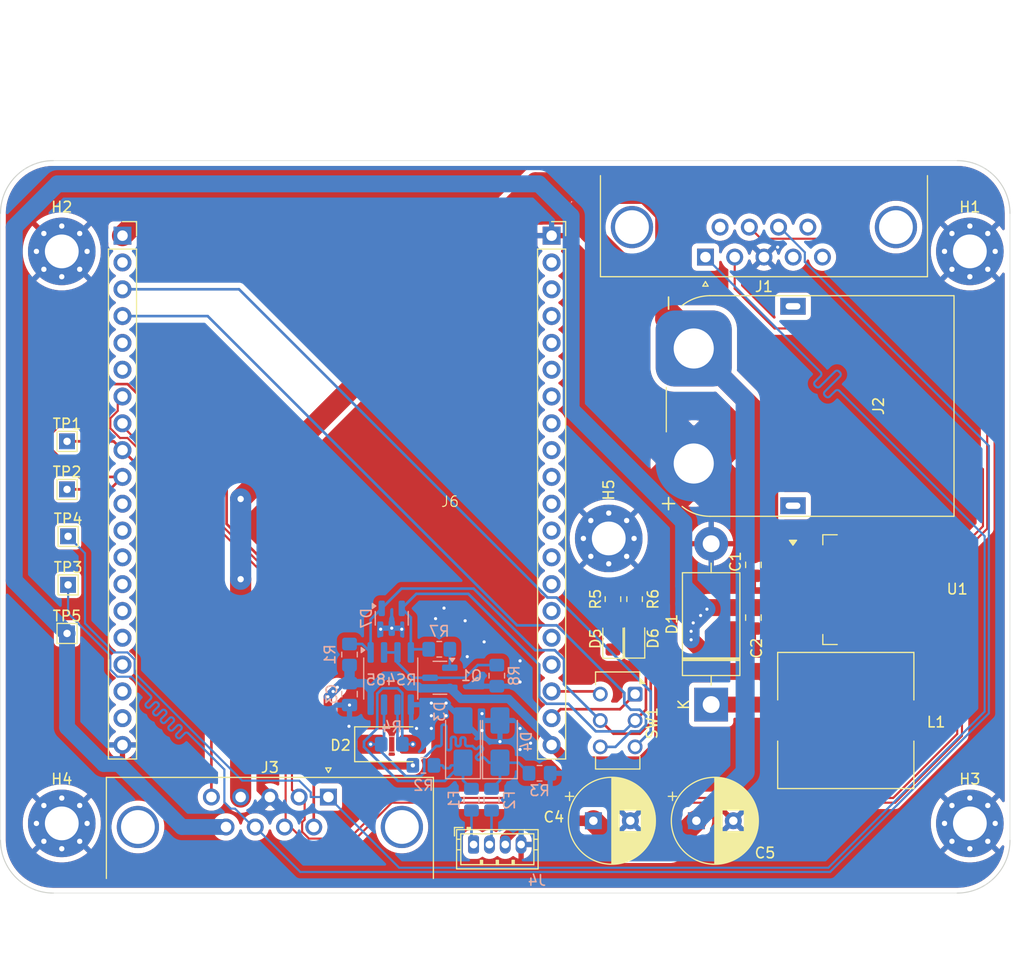
<source format=kicad_pcb>
(kicad_pcb (version 20241229) (generator "pcbnew") (generator_version "9.99")
  (layers (0 "F.Cu" signal) (2 "B.Cu" signal) (13 "F.Paste" user) (15 "B.Paste" user) (5 "F.SilkS" user "F.Silkscreen") (7 "B.SilkS" user "B.Silkscreen") (1 "F.Mask" user) (3 "B.Mask" user) (25 "Edge.Cuts" user))
  (net 0 "")
  (net 1 "GND")
  (net 2 "+24V")
  (net 3 "+5V")
  (net 4 "+3V3")
  (net 5 "Net-(D1-K)")
  (net 6 "Net-(D2-A1)")
  (net 7 "Net-(D2-A2)")
  (net 8 "Net-(D5-A)")
  (net 9 "/RX_485")
  (net 10 "Net-(D6-A)")
  (net 11 "/TX_485")
  (net 16 "/SIG_2")
  (net 17 "/SIG_1")
  (net 18 "Net-(Q1-B)")
  (net 19 "/TX_EN")
  (net 20 "/RS_A")
  (net 21 "/RS_B")
  (net 22 "/UART0_RX")
  (net 23 "/IO_RX")
  (net 24 "/UART0_TX")
  (net 25 "/IO_TX")
  (net 52 "/CAN_A_+")
  (net 53 "/CAN_B_+")
  (net 54 "/CAN_B_-")
  (net 55 "/CAN_A_-")
  (footprint "TestPoint:TestPoint_THTPad_1.5x1.5mm_Drill0.7mm" (layer "F.Cu") (at 79.6 76.8)
    (property "Reference" "TP4")
    (property "Value" "CAN_B_-")
  )
  (footprint "Button_Switch_THT:SW_CK_JS202011CQN_DPDT_Straight" (layer "F.Cu") (at 133.3 91.75 -90)
    (property "Reference" "SW1")
    (property "Value" "SW_Slide_DPDT")
  )
  (footprint "Capacitor_THT:CP_Radial_D8.0mm_P3.50mm" (layer "F.Cu") (at 129.347349 103.75)
    (property "Reference" "C4")
    (property "Value" "220uF")
  )
  (footprint "smolbrain:Smol_Brain_Board" (layer "F.Cu") (at 108.52 75.2575)
    (property "Reference" "J6")
    (property "Value" "Smol_Brain_Board")
  )
  (footprint "Diode_SMD:D_SMA" (layer "F.Cu") (at 110.25 96.5)
    (property "Reference" "D2")
    (property "Value" "SMAJ6.5CA")
  )
  (footprint "Capacitor_SMD:C_0805_2012Metric_Pad1.18x1.45mm_HandSolder" (layer "F.Cu") (at 144.5 84.5 -90)
    (property "Reference" "C2")
    (property "Value" "220uF")
  )
  (footprint "LED_SMD:LED_0805_2012Metric_Pad1.15x1.40mm_HandSolder" (layer "F.Cu") (at 133.25 86.475 90)
    (property "Reference" "D6")
    (property "Value" "LED")
  )
  (footprint "Connector_JST:JST_ZH_B4B-ZR_1x04_P1.50mm_Vertical" (layer "F.Cu") (at 118 106)
    (property "Reference" "J4")
    (property "Value" "RSBL85")
  )
  (footprint "LED_SMD:LED_0805_2012Metric_Pad1.15x1.40mm_HandSolder" (layer "F.Cu") (at 131.2 86.5 90)
    (property "Reference" "D5")
    (property "Value" "LED")
  )
  (footprint "Capacitor_SMD:C_0805_2012Metric_Pad1.18x1.45mm_HandSolder" (layer "F.Cu") (at 144.5 79.5 -90)
    (property "Reference" "C1")
    (property "Value" "680uF")
  )
  (footprint "Connector_Dsub:DSUB-9_Socket_Horizontal_P2.77x2.84mm_EdgePinOffset4.94mm_Housed_MountingHolesOffset4.94mm" (layer "F.Cu") (at 104.25 101.5)
    (property "Reference" "J3")
    (property "Value" "DE9_Socket")
  )
  (footprint "MountingHole:MountingHole_3.2mm_M3_Pad_Via" (layer "F.Cu") (at 165 49.8)
    (property "Reference" "H1")
    (property "Value" "MountingHole")
  )
  (footprint "TestPoint:TestPoint_THTPad_1.5x1.5mm_Drill0.7mm" (layer "F.Cu") (at 79.5 67.8)
    (property "Reference" "TP1")
    (property "Value" "SIG_1")
  )
  (footprint "MountingHole:MountingHole_3.2mm_M3_Pad_Via" (layer "F.Cu") (at 79 104)
    (property "Reference" "H4")
    (property "Value" "MountingHole")
  )
  (footprint "MountingHole:MountingHole_3.2mm_M3_Pad_Via" (layer "F.Cu") (at 79 49.8)
    (property "Reference" "H2")
    (property "Value" "MountingHole")
  )
  (footprint "Connector_Dsub:DSUB-9_Socket_Horizontal_P2.77x2.84mm_EdgePinOffset4.94mm_Housed_MountingHolesOffset4.94mm" (layer "F.Cu") (at 139.96 50.34 180)
    (property "Reference" "J1")
    (property "Value" "DE9_Socket")
  )
  (footprint "TestPoint:TestPoint_THTPad_1.5x1.5mm_Drill0.7mm" (layer "F.Cu") (at 79.5 72.35)
    (property "Reference" "TP2")
    (property "Value" "SIG_2")
  )
  (footprint "MountingHole:MountingHole_3.2mm_M3_Pad_Via" (layer "F.Cu") (at 165 104)
    (property "Reference" "H3")
    (property "Value" "MountingHole")
  )
  (footprint "Resistor_SMD:R_0805_2012Metric_Pad1.20x1.40mm_HandSolder" (layer "F.Cu") (at 133.25 82.75 90)
    (property "Reference" "R6")
    (property "Value" "1K")
  )
  (footprint "TestPoint:TestPoint_THTPad_1.5x1.5mm_Drill0.7mm" (layer "F.Cu") (at 79.5 86)
    (property "Reference" "TP5")
    (property "Value" "5V")
  )
  (footprint "Connector_AMASS:AMASS_XT90PW-M_1x02_P10.90mm_Horizontal" (layer "F.Cu") (at 138.85 59 -90)
    (property "Reference" "J2")
    (property "Value" "XT90")
  )
  (footprint "Inductor_SMD:L_Vishay_IHLP-5050" (layer "F.Cu") (at 153.25 94.25)
    (property "Reference" "L1")
    (property "Value" "33uH")
  )
  (footprint "Capacitor_THT:CP_Radial_D8.0mm_P3.50mm" (layer "F.Cu") (at 139.097349 103.75)
    (property "Reference" "C5")
    (property "Value" "220uF")
  )
  (footprint "Resistor_SMD:R_0805_2012Metric_Pad1.20x1.40mm_HandSolder" (layer "F.Cu") (at 131.2 82.75 90)
    (property "Reference" "R5")
    (property "Value" "1K")
  )
  (footprint "MountingHole:MountingHole_3.2mm_M3_Pad_Via" (layer "F.Cu") (at 130.8 77 90)
    (property "Reference" "H5")
    (property "Value" "MountingHole")
  )
  (footprint "Diode_THT:D_DO-201AD_P15.24mm_Horizontal" (layer "F.Cu") (at 140.5 92.74 90)
    (property "Reference" "D1")
    (property "Value" "1N5822")
  )
  (footprint "Package_TO_SOT_SMD:TO-263-5_TabPin3" (layer "F.Cu") (at 155.9 81.85)
    (property "Reference" "U1")
    (property "Value" "LM2596S-5")
  )
  (footprint "TestPoint:TestPoint_THTPad_1.5x1.5mm_Drill0.7mm" (layer "F.Cu") (at 79.6 81.4)
    (property "Reference" "TP3")
    (property "Value" "CAN_B_+")
  )
  (footprint "Resistor_SMD:R_0805_2012Metric_Pad1.20x1.40mm_HandSolder" (layer "B.Cu") (at 120.2 90 90)
    (property "Reference" "R8")
    (property "Value" "20K")
  )
  (footprint "Package_SO:SOIC-8_3.9x4.9mm_P1.27mm" (layer "B.Cu") (at 110.155 90.275 -90)
    (property "Reference" "RS485")
    (property "Value" "SP3485EN")
  )
  (footprint "Resistor_SMD:R_0805_2012Metric_Pad1.20x1.40mm_HandSolder" (layer "B.Cu") (at 113.25 98.5)
    (property "Reference" "R2")
    (property "Value" "4.7K")
  )
  (footprint "Capacitor_SMD:C_0805_2012Metric_Pad1.18x1.45mm_HandSolder" (layer "B.Cu") (at 106.25 91.75 -90)
    (property "Reference" "C3")
    (property "Value" "22mF")
  )
  (footprint "Resistor_SMD:R_0805_2012Metric_Pad1.20x1.40mm_HandSolder" (layer "B.Cu") (at 110.25 96.5 180)
    (property "Reference" "R4")
    (property "Value" "120")
  )
  (footprint "Package_TO_SOT_SMD:SOT-23" (layer "B.Cu") (at 114.8125 90.2 180)
    (property "Reference" "Q1")
    (property "Value" "MMBT3906")
  )
  (footprint "Resistor_SMD:R_0805_2012Metric_Pad1.20x1.40mm_HandSolder" (layer "B.Cu") (at 124.25 99.25)
    (property "Reference" "R3")
    (property "Value" "4.7K")
  )
  (footprint "Diode_SMD:D_SMA" (layer "B.Cu") (at 117 96.25 90)
    (property "Reference" "D3")
    (property "Value" "SMAJ12CA")
  )
  (footprint "Package_TO_SOT_SMD:SOT-23" (layer "B.Cu") (at 110.25 84.5625 -90)
    (property "Reference" "D7")
    (property "Value" "SM712_SOT23")
  )
  (footprint "Fuse:Fuse_0805_2012Metric_Pad1.15x1.40mm_HandSolder" (layer "B.Cu") (at 117.8 101.75 -90)
    (property "Reference" "F1")
    (property "Value" "60mA")
  )
  (footprint "Fuse:Fuse_0805_2012Metric_Pad1.15x1.40mm_HandSolder" (layer "B.Cu") (at 119.7 101.75 -90)
    (property "Reference" "F2")
    (property "Value" "60mA")
  )
  (footprint "Resistor_SMD:R_0805_2012Metric_Pad1.20x1.40mm_HandSolder" (layer "B.Cu") (at 106.25 88 90)
    (property "Reference" "R1")
    (property "Value" "10K")
  )
  (footprint "Resistor_SMD:R_0805_2012Metric_Pad1.20x1.40mm_HandSolder" (layer "B.Cu") (at 114.75 87.5)
    (property "Reference" "R7")
    (property "Value" "4.3K")
  )
  (footprint "Diode_SMD:D_SMA" (layer "B.Cu") (at 120.5 96.25 90)
    (property "Reference" "D4")
    (property "Value" "SMAJ12CA")
  )
  (gr_line (start 73.2 105.6) (end 73.2 46.2) (stroke (width 0.05)) (layer "Edge.Cuts"))
  (gr_arc (start 168.8 105.6) (mid 167.335534 109.135534) (end 163.8 110.6) (stroke (width 0.1)) (layer "Edge.Cuts"))
  (gr_line (start 168.8 46.2) (end 168.8 105.6) (stroke (width 0.05)) (layer "Edge.Cuts"))
  (gr_arc (start 73.2 46.2) (mid 74.664466 42.664466) (end 78.2 41.2) (stroke (width 0.1)) (layer "Edge.Cuts"))
  (gr_line (start 163.8 110.6) (end 78.2 110.6) (stroke (width 0.05)) (layer "Edge.Cuts"))
  (gr_line (start 78.2 41.2) (end 163.8 41.2) (stroke (width 0.05)) (layer "Edge.Cuts"))
  (gr_arc (start 78.2 110.6) (mid 74.664466 109.135534) (end 73.2 105.6) (stroke (width 0.1)) (layer "Edge.Cuts"))
  (gr_arc (start 163.8 41.2) (mid 167.335534 42.664466) (end 168.8 46.2) (stroke (width 0.1)) (layer "Edge.Cuts"))
  (segment (start 144.5 85.5375) (end 147.9625 85.5375) (width 1) (layer "F.Cu") (net 1))
  (segment (start 147.9625 85.5375) (end 148.25 85.25) (width 1) (layer "F.Cu") (net 1))
  (via (at 106.2 94.8) (size 0.6) (drill 0.3) (layers "F.Cu" "B.Cu") (net 1))
  (via (at 112.6 95) (size 0.6) (drill 0.3) (layers "F.Cu" "B.Cu") (net 1))
  (via (at 122.4 90.6) (size 0.6) (drill 0.3) (layers "F.Cu" "B.Cu") (net 1))
  (via (at 122.4 88.6) (size 0.6) (drill 0.3) (layers "F.Cu" "B.Cu") (net 1))
  (via (at 111.2 85.6) (size 0.6) (drill 0.3) (layers "F.Cu" "B.Cu") (net 1))
  (via (at 115.2 83.6) (size 0.6) (drill 0.3) (layers "F.Cu" "B.Cu") (net 1))
  (via (at 118.8 95.2) (size 0.6) (drill 0.3) (layers "F.Cu" "B.Cu") (net 1))
  (via (at 119 86.8) (size 0.6) (drill 0.3) (layers "F.Cu" "B.Cu") (net 1))
  (via (at 117.4 88.2) (size 0.6) (drill 0.3) (layers "F.Cu" "B.Cu") (net 1))
  (via (at 122.4 95) (size 0.6) (drill 0.3) (layers "F.Cu" "B.Cu") (net 1))
  (via (at 117.2 84.8) (size 0.6) (drill 0.3) (layers "F.Cu" "B.Cu") (net 1))
  (via (at 106.25 92.7875) (size 0.6) (drill 0.3) (layers "F.Cu" "B.Cu") (net 1))
  (via (at 114 92.6) (size 0.6) (drill 0.3) (layers "F.Cu" "B.Cu") (net 1))
  (via (at 118.8 93.6) (size 0.6) (drill 0.3) (layers "F.Cu" "B.Cu") (net 1))
  (via (at 114 93.8) (size 0.6) (drill 0.3) (layers "F.Cu" "B.Cu") (net 1))
  (via (at 114 95) (size 0.6) (drill 0.3) (layers "F.Cu" "B.Cu") (net 1))
  (via (at 115.4 92.6) (size 0.6) (drill 0.3) (layers "F.Cu" "B.Cu") (net 1))
  (via (at 120.5 96.25) (size 0.6) (drill 0.3) (layers "F.Cu" "B.Cu") (net 1))
  (via (at 115.4 93.8) (size 0.6) (drill 0.3) (layers "F.Cu" "B.Cu") (net 1))
  (via (at 122.4 97) (size 0.6) (drill 0.3) (layers "F.Cu" "B.Cu") (net 1))
  (via (at 123.4 96.4) (size 0.6) (drill 0.3) (layers "F.Cu" "B.Cu") (net 1))
  (via (at 114.4 84.6) (size 0.6) (drill 0.3) (layers "F.Cu" "B.Cu") (net 1))
  (via (at 110.25 85.5) (size 0.6) (drill 0.3) (layers "F.Cu" "B.Cu") (net 1))
  (via (at 109.2 85.6) (size 0.6) (drill 0.3) (layers "F.Cu" "B.Cu") (net 1))
  (via (at 146.8 49.4) (size 0.6) (drill 0.3) (layers "F.Cu" "B.Cu") (net 1))
  (segment (start 129 48) (end 129 44) (width 2) (layer "F.Cu") (net 2))
  (segment (start 95.94 101.5) (end 95.94 80.86) (width 2) (layer "F.Cu") (net 2))
  (segment (start 126 43.2) (end 124.5 44.7) (width 1.8) (layer "F.Cu") (net 2))
  (segment (start 129.799 48.799) (end 129 48) (width 2) (layer "F.Cu") (net 2))
  (segment (start 146.25 77.5) (end 146.775 76.975) (width 1.8) (layer "F.Cu") (net 2))
  (segment (start 120.8 46.259) (end 86.801 46.259) (width 2) (layer "F.Cu") (net 2))
  (segment (start 86.801 46.259) (end 84.75 48.31) (width 2) (layer "F.Cu") (net 2))
  (segment (start 129 48) (end 127.441 46.441) (width 2) (layer "F.Cu") (net 2))
  (segment (start 131.701 50.701) (end 131.674102 50.701) (width 2) (layer "F.Cu") (net 2))
  (segment (start 144.5 77.5) (end 146.25 77.5) (width 1.8) (layer "F.Cu") (net 2))
  (segment (start 145.949 76.149) (end 145.949 66.099) (width 1.8) (layer "F.Cu") (net 2))
  (segment (start 148.2375 78.4625) (end 148.25 78.45) (width 1.4) (layer "F.Cu") (net 2))
  (segment (start 138.85 59) (end 137.8 59) (width 1.8) (layer "F.Cu") (net 2))
  (segment (start 145.949 66.099) (end 138.85 59) (width 1.8) (layer "F.Cu") (net 2))
  (segment (start 136.597349 106.25) (end 139.097349 103.75) (width 2) (layer "F.Cu") (net 2))
  (segment (start 134.285477 44.4) (end 129.3 44.4) (width 1.8) (layer "F.Cu") (net 2))
  (segment (start 124.5 44.7) (end 122.3 46.9) (width 1.8) (layer "F.Cu") (net 2))
  (segment (start 131.847349 106.25) (end 136.597349 106.25) (width 2) (layer "F.Cu") (net 2))
  (segment (start 127.6 44.2) (end 126.6 43.2) (width 1.8) (layer "F.Cu") (net 2))
  (segment (start 144.5 78.4625) (end 144.5 77.5) (width 1.8) (layer "F.Cu") (net 2))
  (segment (start 124.5 44.7) (end 126.3 44.7) (width 1.8) (layer "F.Cu") (net 2))
  (segment (start 146.775 76.975) (end 145.949 76.149) (width 1.8) (layer "F.Cu") (net 2))
  (segment (start 120.8 48.4) (end 118 51.2) (width 1.8) (layer "F.Cu") (net 2))
  (segment (start 144.5 78.4625) (end 148.2375 78.4625) (width 1.5) (layer "F.Cu") (net 2))
  (segment (start 144.5 77.5) (end 144.5 64.65) (width 1.8) (layer "F.Cu") (net 2))
  (segment (start 129.799 48.825898) (end 129.799 48.799) (width 2) (layer "F.Cu") (net 2))
  (segment (start 129 44) (end 128.2 43.2) (width 2) (layer "F.Cu") (net 2))
  (segment (start 138.85 57.85) (end 131.701 50.701) (width 2) (layer "F.Cu") (net 2))
  (segment (start 121 106) (end 121 105.430316) (width 1) (layer "F.Cu") (net 2))
  (segment (start 124.4 46.259) (end 120.8 46.259) (width 2) (layer "F.Cu") (net 2))
  (segment (start 120.8 46.259) (end 120.8 48.4) (width 1.8) (layer "F.Cu") (net 2))
  (segment (start 138.85 59) (end 138.85 57.85) (width 2) (layer "F.Cu") (net 2))
  (segment (start 122.3 46.9) (end 122.941 46.259) (width 2) (layer "F.Cu") (net 2))
  (segment (start 136.101 46.215523) (end 134.285477 44.4) (width 1.8) (layer "F.Cu") (net 2))
  (segment (start 122.680316 103.75) (end 129.347349 103.75) (width 1) (layer "F.Cu") (net 2))
  (segment (start 144.5 64.65) (end 138.85 59) (width 1.8) (layer "F.Cu") (net 2))
  (segment (start 136.101 56.251) (end 136.101 46.215523) (width 1.8) (layer "F.Cu") (net 2))
  (segment (start 95.94 73.26) (end 118 51.2) (width 2) (layer "F.Cu") (net 2))
  (segment (start 121 105.430316) (end 122.680316 103.75) (width 1) (layer "F.Cu") (net 2))
  (segment (start 129.347349 103.75) (end 131.847349 106.25) (width 2) (layer "F.Cu") (net 2))
  (segment (start 127.441 46.259) (end 124.4 46.259) (width 2) (layer "F.Cu") (net 2))
  (segment (start 122.941 46.259) (end 124.4 46.259) (width 2) (layer "F.Cu") (net 2))
  (segment (start 127.441 46.441) (end 127.441 46.259) (width 2) (layer "F.Cu") (net 2))
  (segment (start 129.3 44.4) (end 127.441 46.259) (width 1.8) (layer "F.Cu") (net 2))
  (segment (start 126 43.2) (end 123.859 43.2) (width 1.8) (layer "F.Cu") (net 2))
  (segment (start 131.674102 50.701) (end 129.799 48.825898) (width 2) (layer "F.Cu") (net 2))
  (segment (start 118 51.2) (end 122.3 46.9) (width 2) (layer "F.Cu") (net 2))
  (segment (start 123.859 43.2) (end 120.8 46.259) (width 1.8) (layer "F.Cu") (net 2))
  (segment (start 126.6 43.2) (end 126 43.2) (width 1.8) (layer "F.Cu") (net 2))
  (segment (start 148.25 78.45) (end 146.775 76.975) (width 1.5) (layer "F.Cu") (net 2))
  (segment (start 128.2 43.2) (end 126.6 43.2) (width 2) (layer "F.Cu") (net 2))
  (segment (start 126.3 44.7) (end 126.4 44.8) (width 1.8) (layer "F.Cu") (net 2))
  (segment (start 138.85 59) (end 136.101 56.251) (width 1.8) (layer "F.Cu") (net 2))
  (via (at 95.94 73.26) (size 2) (drill 0.6) (layers "F.Cu" "B.Cu") (net 2))
  (via (at 95.94 80.86) (size 2) (drill 0.6) (layers "F.Cu" "B.Cu") (net 2))
  (segment (start 143.717231 63.867231) (end 143.717231 99.130118) (width 1.8) (layer "B.Cu") (net 2))
  (segment (start 95.94 80.86) (end 95.94 73.26) (width 2) (layer "B.Cu") (net 2))
  (segment (start 143.717231 99.130118) (end 139.097349 103.75) (width 1.8) (layer "B.Cu") (net 2))
  (segment (start 138.85 59) (end 143.717231 63.867231) (width 1.8) (layer "B.Cu") (net 2))
  (segment (start 140.1 83.7) (end 139.5 84.3) (width 1.6) (layer "F.Cu") (net 3))
  (segment (start 140.25 83.55) (end 140.1 83.7) (width 1.6) (layer "F.Cu") (net 3))
  (segment (start 138.6 86.6) (end 141.6 89.6) (width 1.6) (layer "F.Cu") (net 3))
  (segment (start 148.25 83.55) (end 140.25 83.55) (width 1.6) (layer "F.Cu") (net 3))
  (segment (start 138.8 85) (end 138.6 85.2) (width 1.6) (layer "F.Cu") (net 3))
  (segment (start 139.5 84.3) (end 138.8 85) (width 1.6) (layer "F.Cu") (net 3))
  (segment (start 156.214 91.499) (end 158.965 94.25) (width 1.6) (layer "F.Cu") (net 3))
  (segment (start 145.361288 89.6) (end 147.260288 91.499) (width 1.6) (layer "F.Cu") (net 3))
  (segment (start 138.6 85.8) (end 138.6 86.6) (width 1.6) (layer "F.Cu") (net 3))
  (segment (start 147.260288 91.499) (end 156.214 91.499) (width 1.6) (layer "F.Cu") (net 3))
  (segment (start 141.6 89.6) (end 145.361288 89.6) (width 1.6) (layer "F.Cu") (net 3))
  (segment (start 138.6 85.2) (end 138.6 85.8) (width 1.6) (layer "F.Cu") (net 3))
  (via (at 138.8 85) (size 0.6) (drill 0.3) (layers "F.Cu" "B.Cu") (net 3))
  (via (at 139.5 84.3) (size 0.6) (drill 0.3) (layers "F.Cu" "B.Cu") (net 3))
  (via (at 138.6 85.8) (size 0.6) (drill 0.3) (layers "F.Cu" "B.Cu") (net 3))
  (via (at 140.1 83.7) (size 0.6) (drill 0.3) (layers "F.Cu" "B.Cu") (net 3))
  (via (at 138.6 86.6) (size 0.6) (drill 0.3) (layers "F.Cu" "B.Cu") (net 3))
  (segment (start 137.899 75.455795) (end 127.241 64.797795) (width 1.6) (layer "B.Cu") (net 3))
  (segment (start 84.414345 98.371) (end 82.971 98.371) (width 1.5) (layer "B.Cu") (net 3))
  (segment (start 139.4 84.4) (end 140.1 83.7) (width 1.6) (layer "B.Cu") (net 3))
  (segment (start 78.6 43.4) (end 74.501 47.499) (width 1.6) (layer "B.Cu") (net 3))
  (segment (start 79.5 94.9) (end 79.5 86) (width 1.5) (layer "B.Cu") (net 3))
  (segment (start 127.241 64.797795) (end 127.241 46.459) (width 1.6) (layer "B.Cu") (net 3))
  (segment (start 74.501 81.001) (end 79.5 86) (width 1.6) (layer "B.Cu") (net 3))
  (segment (start 137.899 81.499) (end 137.899 75.455795) (width 1.6) (layer "B.Cu") (net 3))
  (segment (start 90.383345 104.34) (end 84.414345 98.371) (width 1.5) (layer "B.Cu") (net 3))
  (segment (start 94.555 104.34) (end 90.383345 104.34) (width 1.5) (layer "B.Cu") (net 3))
  (segment (start 124.182 43.4) (end 78.6 43.4) (width 1.6) (layer "B.Cu") (net 3))
  (segment (start 127.241 46.459) (end 124.182 43.4) (width 1.6) (layer "B.Cu") (net 3))
  (segment (start 138.8 85) (end 137.899 84.099) (width 1.6) (layer "B.Cu") (net 3))
  (segment (start 139.4 84.4) (end 139.099 84.4) (width 1.6) (layer "B.Cu") (net 3))
  (segment (start 74.501 47.499) (end 74.501 81.001) (width 1.6) (layer "B.Cu") (net 3))
  (segment (start 138.6 85.2) (end 139.4 84.4) (width 1.6) (layer "B.Cu") (net 3))
  (segment (start 139.099 84.4) (end 137.899 83.2) (width 1.6) (layer "B.Cu") (net 3))
  (segment (start 82.971 98.371) (end 79.5 94.9) (width 1.5) (layer "B.Cu") (net 3))
  (segment (start 137.899 83.2) (end 137.899 75.455795) (width 1.6) (layer "B.Cu") (net 3))
  (segment (start 137.899 84.099) (end 137.899 83.2) (width 1.6) (layer "B.Cu") (net 3))
  (segment (start 140.1 83.7) (end 137.899 81.499) (width 1.6) (layer "B.Cu") (net 3))
  (segment (start 138.6 86.6) (end 138.6 85.2) (width 1.6) (layer "B.Cu") (net 3))
  (segment (start 126.971 98.151) (end 133.880314 98.151) (width 1) (layer "F.Cu") (net 4))
  (segment (start 104.2 93) (end 104.2 92) (width 0.8) (layer "F.Cu") (net 4))
  (segment (start 112.25 98.5) (end 106.894602 98.5) (width 0.8) (layer "F.Cu") (net 4))
  (segment (start 106.894602 98.5) (end 104.2 95.805398) (width 0.8) (layer "F.Cu") (net 4))
  (segment (start 133.880314 98.151) (end 135.603 96.428314) (width 1) (layer "F.Cu") (net 4))
  (segment (start 135.603 83.403) (end 133.95 81.75) (width 1) (layer "F.Cu") (net 4))
  (segment (start 135.603 96.428314) (end 135.603 83.403) (width 1) (layer "F.Cu") (net 4))
  (segment (start 104.2 95.805398) (end 104.2 93) (width 0.8) (layer "F.Cu") (net 4))
  (segment (start 133.25 81.75) (end 131.2 81.75) (width 1.5) (layer "F.Cu") (net 4))
  (segment (start 125.39 96.57) (end 126.971 98.151) (width 1) (layer "F.Cu") (net 4))
  (segment (start 104.7 91.5) (end 105.1 91.1) (width 0.8) (layer "F.Cu") (net 4))
  (segment (start 104.2 92) (end 104.7 91.5) (width 0.8) (layer "F.Cu") (net 4))
  (segment (start 133.95 81.75) (end 133.25 81.75) (width 1) (layer "F.Cu") (net 4))
  (via (at 104.7 91.5) (size 0.6) (drill 0.3) (layers "F.Cu" "B.Cu") (net 4))
  (via (at 104.2 92) (size 0.6) (drill 0.3) (layers "F.Cu" "B.Cu") (net 4))
  (via (at 112.25 98.5) (size 0.8) (drill 0.4) (layers "F.Cu" "B.Cu") (net 4))
  (via (at 105.1 91.1) (size 0.6) (drill 0.3) (layers "F.Cu" "B.Cu") (net 4))
  (segment (start 108.25 91.299348) (end 109.549348 90) (width 0.8) (layer "B.Cu") (net 4))
  (segment (start 115.75 91.15) (end 116.8 92.2) (width 0.8) (layer "B.Cu") (net 4))
  (segment (start 106.25 90.7125) (end 107.663152 90.7125) (width 0.8) (layer "B.Cu") (net 4))
  (segment (start 114.819152 91.201) (end 115.699 91.201) (width 0.8) (layer "B.Cu") (net 4))
  (segment (start 108.25 91.299348) (end 108.25 92.75) (width 0.6) (layer "B.Cu") (net 4))
  (segment (start 106.25 90.7125) (end 105.4875 90.7125) (width 0.8) (layer "B.Cu") (net 4))
  (segment (start 109.549348 90) (end 110.846861 90) (width 0.8) (layer "B.Cu") (net 4))
  (segment (start 111.389001 90.54214) (end 111.872861 91.026) (width 0.8) (layer "B.Cu") (net 4))
  (segment (start 112.930848 91.201) (end 114.819152 91.201) (width 0.8) (layer "B.Cu") (net 4))
  (segment (start 105.4875 90.7125) (end 104.2 92) (width 0.8) (layer "B.Cu") (net 4))
  (segment (start 112.755848 91.026) (end 112.930848 91.201) (width 0.8) (layer "B.Cu") (net 4))
  (segment (start 121.310424 92.2) (end 125.39 96.279576) (width 0.8) (layer "B.Cu") (net 4))
  (segment (start 111.872861 91.026) (end 112.557141 91.026) (width 0.8) (layer "B.Cu") (net 4))
  (segment (start 110.846861 90) (end 111.389001 90.54214) (width 0.8) (layer "B.Cu") (net 4))
  (segment (start 116.8 92.2) (end 121.310424 92.2) (width 0.8) (layer "B.Cu") (net 4))
  (segment (start 106.25 89) (end 106.25 90.7125) (width 1) (layer "B.Cu") (net 4))
  (segment (start 107.663152 90.7125) (end 108.25 91.299348) (width 0.8) (layer "B.Cu") (net 4))
  (segment (start 125.39 96.279576) (end 125.39 96.57) (width 0.8) (layer "B.Cu") (net 4))
  (segment (start 115.699 91.201) (end 115.75 91.15) (width 0.8) (layer "B.Cu") (net 4))
  (segment (start 112.557141 91.026) (end 112.755848 91.026) (width 0.8) (layer "B.Cu") (net 4))
  (segment (start 162.901 76.257734) (end 162.901 95.1535) (width 1.2) (layer "F.Cu") (net 5))
  (segment (start 161.3535 96.701) (end 149.986 96.701) (width 1.2) (layer "F.Cu") (net 5))
  (segment (start 162.292266 75.649) (end 162.901 76.257734) (width 1.2) (layer "F.Cu") (net 5))
  (segment (start 151.899 76.257734) (end 152.507734 75.649) (width 1.2) (layer "F.Cu") (net 5))
  (segment (start 162.901 95.1535) (end 161.3535 96.701) (width 1.2) (layer "F.Cu") (net 5))
  (segment (start 146.025 92.74) (end 147.535 94.25) (width 1.5) (layer "F.Cu") (net 5))
  (segment (start 150.55 80.15) (end 151.899 78.801) (width 1.2) (layer "F.Cu") (net 5))
  (segment (start 152.507734 75.649) (end 162.292266 75.649) (width 1.2) (layer "F.Cu") (net 5))
  (segment (start 149.986 96.701) (end 147.535 94.25) (width 1.2) (layer "F.Cu") (net 5))
  (segment (start 140.5 92.74) (end 146.025 92.74) (width 1.5) (layer "F.Cu") (net 5))
  (segment (start 148.25 80.15) (end 150.55 80.15) (width 1.2) (layer "F.Cu") (net 5))
  (segment (start 151.899 78.801) (end 151.899 76.257734) (width 1.2) (layer "F.Cu") (net 5))
  (via (at 108.25 96.5) (size 0.6) (drill 0.3) (layers "F.Cu" "B.Cu") (net 6))
  (segment (start 118.437999 97.471043) (end 118.692557 97.216484) (width 0.25) (layer "B.Cu") (net 6))
  (segment (start 116.765514 96.034) (end 116.765514 96.494) (width 0.25) (layer "B.Cu") (net 6))
  (segment (start 108.25 96.5) (end 109.25 96.5) (width 0.25) (layer "B.Cu") (net 6))
  (segment (start 109.52 92.75) (end 109.52 96.23) (width 0.25) (layer "B.Cu") (net 6))
  (segment (start 115.865514 96.674) (end 115.865514 96.864) (width 0.25) (layer "B.Cu") (net 6))
  (segment (start 120.5 99.925) (end 119.7 100.725) (width 0.25) (layer "B.Cu") (net 6))
  (segment (start 117.215514 96.494) (end 117.215514 96.034) (width 0.25) (layer "B.Cu") (net 6))
  (segment (start 109.25 97.2) (end 109.25 96.5) (width 0.25) (layer "B.Cu") (net 6))
  (segment (start 113.324 99.195514) (end 112.993514 99.526) (width 0.25) (layer "B.Cu") (net 6))
  (segment (start 122.25 98.25) (end 123.25 99.25) (width 0.25) (layer "B.Cu") (net 6))
  (segment (start 118.056161 96.834647) (end 117.895514 96.674) (width 0.25) (layer "B.Cu") (net 6))
  (segment (start 114.454486 96.674) (end 114.364243 96.764243) (width 0.25) (layer "B.Cu") (net 6))
  (segment (start 118.756197 97.789242) (end 118.607705 97.937735) (width 0.25) (layer "B.Cu") (net 6))
  (segment (start 111.576 99.526) (end 109.25 97.2) (width 0.25) (layer "B.Cu") (net 6))
  (segment (start 116.135514 95.804) (end 116.045514 95.804) (width 0.25) (layer "B.Cu") (net 6))
  (segment (start 115.235514 94.654) (end 115.145514 94.654) (width 0.25) (layer "B.Cu") (net 6))
  (segment (start 117.895514 96.674) (end 117.395514 96.674) (width 0.25) (layer "B.Cu") (net 6))
  (segment (start 118.289506 97.619535) (end 118.437999 97.471043) (width 0.25) (layer "B.Cu") (net 6))
  (segment (start 115.685514 97.044) (end 115.595514 97.044) (width 0.25) (layer "B.Cu") (net 6))
  (segment (start 115.415514 96.494) (end 115.415514 94.834) (width 0.25) (layer "B.Cu") (net 6))
  (segment (start 120.5 98.25) (end 120.5 99.925) (width 0.25) (layer "B.Cu") (net 6))
  (segment (start 113.324 97.804486) (end 113.324 99.195514) (width 0.25) (layer "B.Cu") (net 6))
  (segment (start 118.841049 96.813433) (end 118.777409 96.749793) (width 0.25) (layer "B.Cu") (net 6))
  (segment (start 118.52285 96.749793) (end 118.374357 96.898285) (width 0.25) (layer "B.Cu") (net 6))
  (segment (start 115.415514 96.864) (end 115.415514 96.674) (width 0.25) (layer "B.Cu") (net 6))
  (segment (start 115.865514 95.984) (end 115.865514 96.494) (width 0.25) (layer "B.Cu") (net 6))
  (segment (start 120.5 98.25) (end 119.471514 98.25) (width 0.25) (layer "B.Cu") (net 6))
  (segment (start 119.471514 98.25) (end 119.010757 97.789243) (width 0.25) (layer "B.Cu") (net 6))
  (segment (start 109.52 96.23) (end 109.25 96.5) (width 0.25) (layer "B.Cu") (net 6))
  (segment (start 116.315514 96.494) (end 116.315514 95.984) (width 0.25) (layer "B.Cu") (net 6))
  (segment (start 114.785514 96.674) (end 114.695514 96.674) (width 0.25) (layer "B.Cu") (net 6))
  (segment (start 114.364243 96.764243) (end 113.324 97.804486) (width 0.25) (layer "B.Cu") (net 6))
  (segment (start 120.5 98.25) (end 122.25 98.25) (width 0.25) (layer "B.Cu") (net 6))
  (segment (start 114.965514 94.834) (end 114.965514 96.494) (width 0.25) (layer "B.Cu") (net 6))
  (segment (start 112.993514 99.526) (end 111.576 99.526) (width 0.25) (layer "B.Cu") (net 6))
  (segment (start 115.865514 96.494) (end 115.865514 96.674) (width 0.25) (layer "B.Cu") (net 6))
  (segment (start 114.695514 96.674) (end 114.454486 96.674) (width 0.25) (layer "B.Cu") (net 6))
  (segment (start 116.585514 96.674) (end 116.495514 96.674) (width 0.25) (layer "B.Cu") (net 6))
  (segment (start 118.692557 97.216484) (end 118.841049 97.067992) (width 0.25) (layer "B.Cu") (net 6))
  (segment (start 118.119799 96.898285) (end 118.056161 96.834647) (width 0.25) (layer "B.Cu") (net 6))
  (segment (start 115.415514 96.674) (end 115.415514 96.494) (width 0.25) (layer "B.Cu") (net 6))
  (segment (start 118.353147 97.937735) (end 118.289507 97.874095) (width 0.25) (layer "B.Cu") (net 6))
  (segment (start 117.035514 95.854) (end 116.945514 95.854) (width 0.25) (layer "B.Cu") (net 6))
  (arc (start 116.495514 96.674) (mid 116.368235 96.621279) (end 116.315514 96.494) (width 0.25) (layer "B.Cu") (net 6))
  (arc (start 115.865514 96.864) (mid 115.812793 96.991279) (end 115.685514 97.044) (width 0.25) (layer "B.Cu") (net 6))
  (arc (start 116.765514 96.494) (mid 116.712793 96.621279) (end 116.585514 96.674) (width 0.25) (layer "B.Cu") (net 6))
  (arc (start 114.965514 96.494) (mid 114.912793 96.621279) (end 114.785514 96.674) (width 0.25) (layer "B.Cu") (net 6))
  (arc (start 118.777409 96.749793) (mid 118.65013 96.697072) (end 118.52285 96.749793) (width 0.25) (layer "B.Cu") (net 6))
  (arc (start 117.395514 96.674) (mid 117.268235 96.621279) (end 117.215514 96.494) (width 0.25) (layer "B.Cu") (net 6))
  (arc (start 116.045514 95.804) (mid 115.918235 95.856721) (end 115.865514 95.984) (width 0.25) (layer "B.Cu") (net 6))
  (arc (start 116.315514 95.984) (mid 116.262793 95.856721) (end 116.135514 95.804) (width 0.25) (layer "B.Cu") (net 6))
  (arc (start 118.289507 97.874095) (mid 118.236786 97.746816) (end 118.289506 97.619535) (width 0.25) (layer "B.Cu") (net 6))
  (arc (start 116.945514 95.854) (mid 116.818235 95.906721) (end 116.765514 96.034) (width 0.25) (layer "B.Cu") (net 6))
  (arc (start 115.145514 94.654) (mid 115.018235 94.706721) (end 114.965514 94.834) (width 0.25) (layer "B.Cu") (net 6))
  (arc (start 115.415514 94.834) (mid 115.362793 94.706721) (end 115.235514 94.654) (width 0.25) (layer "B.Cu") (net 6))
  (arc (start 119.010757 97.789243) (mid 118.883478 97.736522) (end 118.756197 97.789242) (width 0.25) (layer "B.Cu") (net 6))
  (arc (start 115.595514 97.044) (mid 115.468235 96.991279) (end 115.415514 96.864) (width 0.25) (layer "B.Cu") (net 6))
  (arc (start 118.607705 97.937735) (mid 118.480426 97.990456) (end 118.353147 97.937735) (width 0.25) (layer "B.Cu") (net 6))
  (arc (start 117.215514 96.034) (mid 117.162793 95.906721) (end 117.035514 95.854) (width 0.25) (layer "B.Cu") (net 6))
  (arc (start 118.374357 96.898285) (mid 118.247078 96.951006) (end 118.119799 96.898285) (width 0.25) (layer "B.Cu") (net 6))
  (arc (start 118.841049 97.067992) (mid 118.89377 96.940712) (end 118.841049 96.813433) (width 0.25) (layer "B.Cu") (net 6))
  (via (at 112.25 96.5) (size 0.6) (drill 0.3) (layers "F.Cu" "B.Cu") (net 7))
  (segment (start 115.273 99.977) (end 117 98.25) (width 0.25) (layer "B.Cu") (net 7))
  (segment (start 110.8 91.2) (end 109.376068 91.2) (width 0.25) (layer "B.Cu") (net 7))
  (segment (start 107.624 96.759298) (end 110.841702 99.977) (width 0.25) (layer "B.Cu") (net 7))
  (segment (start 114.25 98.5) (end 115 98.5) (width 0.25) (layer "B.Cu") (net 7))
  (segment (start 111.25 96.5) (end 112.25 96.5) (width 0.25) (layer "B.Cu") (net 7))
  (segment (start 108.876 91.700068) (end 108.876 94.988702) (width 0.25) (layer "B.Cu") (net 7))
  (segment (start 110.841702 99.977) (end 115.273 99.977) (width 0.25) (layer "B.Cu") (net 7))
  (segment (start 107.624 96.240702) (end 107.624 96.759298) (width 0.25) (layer "B.Cu") (net 7))
  (segment (start 117 99.925) (end 117.8 100.725) (width 0.25) (layer "B.Cu") (net 7))
  (segment (start 116.34 98.5) (end 116.75 98.5) (width 0.25) (layer "B.Cu") (net 7))
  (segment (start 111.25 96.5) (end 111.25 91.65) (width 0.25) (layer "B.Cu") (net 7))
  (segment (start 108.876 94.988702) (end 107.624 96.240702) (width 0.25) (layer "B.Cu") (net 7))
  (segment (start 109.376068 91.2) (end 108.876 91.700068) (width 0.25) (layer "B.Cu") (net 7))
  (segment (start 110.79 92.75) (end 110.79 96.04) (width 0.25) (layer "B.Cu") (net 7))
  (segment (start 117 98.25) (end 117 99.925) (width 0.25) (layer "B.Cu") (net 7))
  (segment (start 110.79 96.04) (end 111.25 96.5) (width 0.25) (layer "B.Cu") (net 7))
  (segment (start 115.27 98.77) (end 115.67 98.77) (width 0.25) (layer "B.Cu") (net 7))
  (segment (start 116.75 98.5) (end 117 98.25) (width 0.25) (layer "B.Cu") (net 7))
  (segment (start 111.25 91.65) (end 110.8 91.2) (width 0.25) (layer "B.Cu") (net 7))
  (segment (start 115.94 98.5) (end 116.34 98.5) (width 0.25) (layer "B.Cu") (net 7))
  (arc (start 115.805 98.635) (mid 115.844541 98.539541) (end 115.94 98.5) (width 0.25) (layer "B.Cu") (net 7))
  (arc (start 115.135 98.635) (mid 115.174541 98.730459) (end 115.27 98.77) (width 0.25) (layer "B.Cu") (net 7))
  (arc (start 115.67 98.77) (mid 115.765459 98.730459) (end 115.805 98.635) (width 0.25) (layer "B.Cu") (net 7))
  (arc (start 115 98.5) (mid 115.095459 98.539541) (end 115.135 98.635) (width 0.25) (layer "B.Cu") (net 7))
  (segment (start 131.25 83.75) (end 131.25 85.475) (width 0.25) (layer "F.Cu") (net 8))
  (segment (start 131.25 87.525) (end 132.176 86.599) (width 0.25) (layer "F.Cu") (net 9))
  (segment (start 133.75 95.5) (end 131.25 95.5) (width 0.25) (layer "F.Cu") (net 9))
  (segment (start 132.176 86.599) (end 133.945514 86.599) (width 0.25) (layer "F.Cu") (net 9))
  (segment (start 133.945514 86.599) (end 134.777 87.430486) (width 0.25) (layer "F.Cu") (net 9))
  (segment (start 131.2 87.525) (end 131.25 87.525) (width 0.25) (layer "F.Cu") (net 9))
  (segment (start 134.777 94.473) (end 133.75 95.5) (width 0.25) (layer "F.Cu") (net 9))
  (segment (start 134.777 87.430486) (end 134.777 94.473) (width 0.25) (layer "F.Cu") (net 9))
  (segment (start 131.25 95.5) (end 130 94.25) (width 0.25) (layer "F.Cu") (net 9))
  (segment (start 109.3 83.625) (end 108.25 84.675) (width 0.25) (layer "B.Cu") (net 9))
  (segment (start 111.175 81.75) (end 109.3 83.625) (width 0.25) (layer "B.Cu") (net 9))
  (segment (start 130 94.25) (end 126.566 90.816) (width 0.25) (layer "B.Cu") (net 9))
  (segment (start 107.45 87) (end 108.25 87.8) (width 0.25) (layer "B.Cu") (net 9))
  (segment (start 126.566 90.816) (end 126.566 88.462884) (width 0.25) (layer "B.Cu") (net 9))
  (segment (start 126.566 88.462884) (end 125.689116 87.586) (width 0.25) (layer "B.Cu") (net 9))
  (segment (start 123.836 87.586) (end 118 81.75) (width 0.25) (layer "B.Cu") (net 9))
  (segment (start 118 81.75) (end 111.175 81.75) (width 0.25) (layer "B.Cu") (net 9))
  (segment (start 106.25 87) (end 107.45 87) (width 0.25) (layer "B.Cu") (net 9))
  (segment (start 125.689116 87.586) (end 123.836 87.586) (width 0.25) (layer "B.Cu") (net 9))
  (segment (start 108.25 84.675) (end 108.25 87.8) (width 0.25) (layer "B.Cu") (net 9))
  (segment (start 133.25 85.45) (end 133.25 83.75) (width 0.25) (layer "F.Cu") (net 10))
  (segment (start 134.326 88.576) (end 134.326 93.224) (width 0.25) (layer "F.Cu") (net 11))
  (segment (start 134.326 93.224) (end 133.3 94.25) (width 0.25) (layer "F.Cu") (net 11))
  (segment (start 133.25 87.5) (end 134.326 88.576) (width 0.25) (layer "F.Cu") (net 11))
  (segment (start 111.2 83.625) (end 112.575 82.25) (width 0.25) (layer "B.Cu") (net 11))
  (segment (start 129.575016 95.276) (end 132.274 95.276) (width 0.25) (layer "B.Cu") (net 11))
  (segment (start 113.75 87.5) (end 112.36 87.5) (width 0.25) (layer "B.Cu") (net 11))
  (segment (start 112.575 82.25) (end 117.5 82.25) (width 0.25) (layer "B.Cu") (net 11))
  (segment (start 124.214 91.977116) (end 124.902884 92.666) (width 0.25) (layer "B.Cu") (net 11))
  (segment (start 124.214 88.964) (end 124.214 91.977116) (width 0.25) (layer "B.Cu") (net 11))
  (segment (start 117.5 82.25) (end 124.214 88.964) (width 0.25) (layer "B.Cu") (net 11))
  (segment (start 111.2 83.625) (end 112.06 84.485) (width 0.25) (layer "B.Cu") (net 11))
  (segment (start 112.06 84.485) (end 112.06 87.8) (width 0.25) (layer "B.Cu") (net 11))
  (segment (start 124.902884 92.666) (end 126.965016 92.666) (width 0.25) (layer "B.Cu") (net 11))
  (segment (start 126.965016 92.666) (end 129.575016 95.276) (width 0.25) (layer "B.Cu") (net 11))
  (segment (start 132.274 95.276) (end 133.3 94.25) (width 0.25) (layer "B.Cu") (net 11))
  (segment (start 112.36 87.5) (end 112.06 87.8) (width 0.25) (layer "B.Cu") (net 11))
  (segment (start 85.237116 62.374) (end 94.614 71.750884) (width 0.25) (layer "F.Cu") (net 16))
  (segment (start 77.924 67.147199) (end 82.697199 62.374) (width 0.25) (layer "F.Cu") (net 16))
  (segment (start 84.75 71.17) (end 83.57 72.35) (width 0.25) (layer "F.Cu") (net 16))
  (segment (start 80.641199 71.17) (end 77.924 68.452801) (width 0.25) (layer "F.Cu") (net 16))
  (segment (start 94.614 71.750884) (end 94.614 75.627418) (width 0.25) (layer "F.Cu") (net 16))
  (segment (start 94.614 75.627418) (end 102.865 83.878418) (width 0.25) (layer "F.Cu") (net 16))
  (segment (start 83.57 72.35) (end 79.5 72.35) (width 0.25) (layer "F.Cu") (net 16))
  (segment (start 84.75 71.17) (end 80.641199 71.17) (width 0.25) (layer "F.Cu") (net 16))
  (segment (start 82.697199 62.374) (end 85.237116 62.374) (width 0.25) (layer "F.Cu") (net 16))
  (segment (start 77.924 68.452801) (end 77.924 67.147199) (width 0.25) (layer "F.Cu") (net 16))
  (segment (start 102.865 83.878418) (end 102.865 104.34) (width 0.25) (layer "F.Cu") (net 16))
  (segment (start 84.75 68.63) (end 93.17 77.05) (width 0.25) (layer "F.Cu") (net 17))
  (segment (start 79.5 67.8) (end 83.92 67.8) (width 0.25) (layer "F.Cu") (net 17))
  (segment (start 83.92 67.8) (end 84.75 68.63) (width 0.25) (layer "F.Cu") (net 17))
  (segment (start 93.17 77.05) (end 93.17 101.5) (width 0.25) (layer "F.Cu") (net 17))
  (segment (start 115.75 89.25) (end 115.75 87.5) (width 0.25) (layer "B.Cu") (net 18))
  (segment (start 110.79 88.774999) (end 110.79 87.8) (width 0.25) (layer "B.Cu") (net 19))
  (segment (start 112.215001 90.2) (end 110.79 88.774999) (width 0.25) (layer "B.Cu") (net 19))
  (segment (start 113.875 90.2) (end 117.2 90.2) (width 0.25) (layer "B.Cu") (net 19))
  (segment (start 109.52 87.8) (end 110.79 87.8) (width 0.25) (layer "B.Cu") (net 19))
  (segment (start 117.2 90.2) (end 118.4 89) (width 0.25) (layer "B.Cu") (net 19))
  (segment (start 113.875 90.2) (end 112.215001 90.2) (width 0.25) (layer "B.Cu") (net 19))
  (segment (start 118.4 89) (end 120.2 89) (width 0.25) (layer "B.Cu") (net 19))
  (segment (start 117.8 105.8) (end 118 106) (width 0.25) (layer "B.Cu") (net 20))
  (segment (start 117.8 102.775) (end 117.8 105.8) (width 0.25) (layer "B.Cu") (net 20))
  (segment (start 119.7 102.775) (end 119.7 105.8) (width 0.25) (layer "B.Cu") (net 21))
  (segment (start 119.7 105.8) (end 119.5 106) (width 0.25) (layer "B.Cu") (net 21))
  (segment (start 132.91181 95.276) (end 133.724984 95.276) (width 0.25) (layer "B.Cu") (net 22))
  (segment (start 92.81781 55.93) (end 84.75 55.93) (width 0.25) (layer "B.Cu") (net 22))
  (segment (start 131.43781 96.75) (end 132.91181 95.276) (width 0.25) (layer "B.Cu") (net 22))
  (segment (start 134.326 93.825016) (end 133.724984 93.224) (width 0.25) (layer "B.Cu") (net 22))
  (segment (start 132.875016 93.224) (end 132.274 92.622984) (width 0.25) (layer "B.Cu") (net 22))
  (segment (start 133.724984 95.276) (end 134.326 94.674984) (width 0.25) (layer "B.Cu") (net 22))
  (segment (start 132.274 91.630884) (end 125.877116 85.234) (width 0.25) (layer "B.Cu") (net 22))
  (segment (start 132.274 92.622984) (end 132.274 91.630884) (width 0.25) (layer "B.Cu") (net 22))
  (segment (start 133.724984 93.224) (end 132.875016 93.224) (width 0.25) (layer "B.Cu") (net 22))
  (segment (start 130 96.75) (end 131.43781 96.75) (width 0.25) (layer "B.Cu") (net 22))
  (segment (start 125.877116 85.234) (end 122.12181 85.234) (width 0.25) (layer "B.Cu") (net 22))
  (segment (start 122.12181 85.234) (end 92.81781 55.93) (width 0.25) (layer "B.Cu") (net 22))
  (segment (start 134.326 94.674984) (end 134.326 93.825016) (width 0.25) (layer "B.Cu") (net 22))
  (segment (start 129.74 91.49) (end 130 91.75) (width 0.25) (layer "F.Cu") (net 23))
  (segment (start 125.39 91.49) (end 129.74 91.49) (width 0.25) (layer "F.Cu") (net 23))
  (segment (start 129.74 91.49) (end 130 91.75) (width 0.25) (layer "B.Cu") (net 23))
  (segment (start 124.996884 82.6) (end 95.786884 53.39) (width 0.25) (layer "B.Cu") (net 24))
  (segment (start 125.871514 82.6) (end 124.996884 82.6) (width 0.25) (layer "B.Cu") (net 24))
  (segment (start 134.777 95.273) (end 134.777 91.505486) (width 0.25) (layer "B.Cu") (net 24))
  (segment (start 134.777 91.505486) (end 125.871514 82.6) (width 0.25) (layer "B.Cu") (net 24))
  (segment (start 95.786884 53.39) (end 84.75 53.39) (width 0.25) (layer "B.Cu") (net 24))
  (segment (start 133.3 96.75) (end 134.777 95.273) (width 0.25) (layer "B.Cu") (net 24))
  (segment (start 126.24 93.18) (end 131.87 93.18) (width 0.25) (layer "F.Cu") (net 25))
  (segment (start 131.87 93.18) (end 133.3 91.75) (width 0.25) (layer "F.Cu") (net 25))
  (segment (start 125.39 94.03) (end 126.24 93.18) (width 0.25) (layer "F.Cu") (net 25))
  (segment (start 83.599 66.56676) (end 84.51124 67.479) (width 0.2) (layer "F.Cu") (net 52))
  (segment (start 100.2 82.45224) (end 100.2 104.235) (width 0.2) (layer "F.Cu") (net 52))
  (segment (start 85.22676 67.479) (end 100.2 82.45224) (width 0.2) (layer "F.Cu") (net 52))
  (segment (start 106.404914 105.89098) (end 110.256894 102.039) (width 0.2) (layer "F.Cu") (net 52))
  (segment (start 84.3 64) (end 84.3 64.91224) (width 0.2) (layer "F.Cu") (net 52))
  (segment (start 166.641901 62.929851) (end 152.31305 48.601) (width 0.2) (layer "F.Cu") (net 52))
  (segment (start 164.25198 78.466218) (end 166.641901 76.076297) (width 0.2) (layer "F.Cu") (net 52))
  (segment (start 152.31305 48.601) (end 145.216 48.601) (width 0.2) (layer "F.Cu") (net 52))
  (segment (start 84.3 64.91224) (end 83.599 65.61324) (width 0.2) (layer "F.Cu") (net 52))
  (segment (start 157.926074 102.039) (end 164.25198 95.713094) (width 0.2) (layer "F.Cu") (net 52))
  (segment (start 145.216 48.601) (end 144.115 47.5) (width 0.2) (layer "F.Cu") (net 52))
  (segment (start 100.2 104.235) (end 100.095 104.34) (width 0.2) (layer "F.Cu") (net 52))
  (segment (start 84.75 63.55) (end 84.3 64) (width 0.2) (layer "F.Cu") (net 52))
  (segment (start 84.51124 67.479) (end 85.22676 67.479) (width 0.2) (layer "F.Cu") (net 52))
  (segment (start 110.256894 102.039) (end 157.926074 102.039) (width 0.2) (layer "F.Cu") (net 52))
  (segment (start 166.641901 76.076297) (end 166.641901 62.929851) (width 0.2) (layer "F.Cu") (net 52))
  (segment (start 83.599 65.61324) (end 83.599 66.56676) (width 0.2) (layer "F.Cu") (net 52))
  (segment (start 100.671582 104.34) (end 102.222562 105.89098) (width 0.2) (layer "F.Cu") (net 52))
  (segment (start 100.095 104.34) (end 100.671582 104.34) (width 0.2) (layer "F.Cu") (net 52))
  (segment (start 164.25198 95.713094) (end 164.25198 78.466218) (width 0.2) (layer "F.Cu") (net 52))
  (segment (start 102.222562 105.89098) (end 106.404914 105.89098) (width 0.2) (layer "F.Cu") (net 52))
  (segment (start 88.429028 94.076225) (end 88.861776 93.643474) (width 0.2) (layer "B.Cu") (net 53))
  (segment (start 88.501153 93.282852) (end 88.068402 93.7156) (width 0.2) (layer "B.Cu") (net 53))
  (segment (start 86.98653 92.633727) (end 87.419278 92.200976) (width 0.2) (layer "B.Cu") (net 53))
  (segment (start 95.401 102.601) (end 95.001 102.601) (width 0.2) (layer "B.Cu") (net 53))
  (segment (start 95.001 102.601) (end 94.4 102) (width 0.2) (layer "B.Cu") (net 53))
  (segment (start 97.325 104.34) (end 101.586 108.601) (width 0.2) (layer "B.Cu") (net 53))
  (segment (start 83.599 88.092199) (end 79.6 84.093199) (width 0.2) (layer "B.Cu") (net 53))
  (segment (start 87.779904 93.715601) (end 87.707779 93.643476) (width 0.2) (layer "B.Cu") (net 53))
  (segment (start 87.707779 93.354976) (end 88.140527 92.922225) (width 0.2) (layer "B.Cu") (net 53))
  (segment (start 87.347155 91.840354) (end 87.182413 91.675612) (width 0.2) (layer "B.Cu") (net 53))
  (segment (start 151.7661 108.601) (end 166.801 93.5661) (width 0.2) (layer "B.Cu") (net 53))
  (segment (start 149.371 50.79605) (end 149.371 49.88395) (width 0.2) (layer "B.Cu") (net 53))
  (segment (start 87.182413 91.675612) (end 85.607801 90.101) (width 0.2) (layer "B.Cu") (net 53))
  (segment (start 89.222402 94.004101) (end 88.789651 94.436849) (width 0.2) (layer "B.Cu") (net 53))
  (segment (start 166.801 93.5661) (end 166.801 68.22605) (width 0.2) (layer "B.Cu") (net 53))
  (segment (start 101.586 108.601) (end 151.7661 108.601) (width 0.2) (layer "B.Cu") (net 53))
  (segment (start 89.943651 94.72535) (end 89.5109 95.158098) (width 0.2) (layer "B.Cu") (net 53))
  (segment (start 87.419279 91.912478) (end 87.347155 91.840354) (width 0.2) (layer "B.Cu") (net 53))
  (segment (start 94.4 102) (end 94.4 98.893199) (width 0.2) (layer "B.Cu") (net 53))
  (segment (start 84.27324 90.101) (end 83.599 89.42676) (width 0.2) (layer "B.Cu") (net 53))
  (segment (start 90.304275 94.797474) (end 90.232151 94.72535) (width 0.2) (layer "B.Cu") (net 53))
  (segment (start 97.325 104.34) (end 97.14 104.34) (width 0.2) (layer "B.Cu") (net 53))
  (segment (start 87.058655 92.994352) (end 86.98653 92.922227) (width 0.2) (layer "B.Cu") (net 53))
  (segment (start 146.98705 47.5) (end 146.885 47.5) (width 0.2) (layer "B.Cu") (net 53))
  (segment (start 89.871526 95.518723) (end 90.304274 95.085972) (width 0.2) (layer "B.Cu") (net 53))
  (segment (start 85.607801 90.101) (end 84.27324 90.101) (width 0.2) (layer "B.Cu") (net 53))
  (segment (start 166.801 68.22605) (end 149.371 50.79605) (width 0.2) (layer "B.Cu") (net 53))
  (segment (start 88.501153 94.43685) (end 88.429028 94.364725) (width 0.2) (layer "B.Cu") (net 53))
  (segment (start 83.599 89.42676) (end 83.599 88.092199) (width 0.2) (layer "B.Cu") (net 53))
  (segment (start 97.14 104.34) (end 95.401 102.601) (width 0.2) (layer "B.Cu") (net 53))
  (segment (start 89.943651 95.879348) (end 89.871526 95.807223) (width 0.2) (layer "B.Cu") (net 53))
  (segment (start 94.4 98.893199) (end 90.9534 95.446599) (width 0.2) (layer "B.Cu") (net 53))
  (segment (start 89.222402 95.158099) (end 89.150277 95.085974) (width 0.2) (layer "B.Cu") (net 53))
  (segment (start 88.861777 93.354976) (end 88.789653 93.282852) (width 0.2) (layer "B.Cu") (net 53))
  (segment (start 90.6649 95.446599) (end 90.232149 95.879347) (width 0.2) (layer "B.Cu") (net 53))
  (segment (start 89.150277 94.797474) (end 89.583025 94.364723) (width 0.2) (layer "B.Cu") (net 53))
  (segment (start 89.583026 94.076225) (end 89.510902 94.004101) (width 0.2) (layer "B.Cu") (net 53))
  (segment (start 88.140528 92.633727) (end 88.068404 92.561603) (width 0.2) (layer "B.Cu") (net 53))
  (segment (start 79.6 84.093199) (end 79.6 81.4) (width 0.2) (layer "B.Cu") (net 53))
  (segment (start 149.371 49.88395) (end 146.98705 47.5) (width 0.2) (layer "B.Cu") (net 53))
  (segment (start 87.779904 92.561603) (end 87.347153 92.994351) (width 0.2) (layer "B.Cu") (net 53))
  (arc (start 86.98653 92.922227) (mid 86.92678 92.777977) (end 86.98653 92.633727) (width 0.2) (layer "B.Cu") (net 53))
  (arc (start 90.9534 95.446599) (mid 90.80915 95.386849) (end 90.6649 95.446599) (width 0.2) (layer "B.Cu") (net 53))
  (arc (start 89.510902 94.004101) (mid 89.366652 93.944351) (end 89.222402 94.004101) (width 0.2) (layer "B.Cu") (net 53))
  (arc (start 89.583025 94.364723) (mid 89.642775 94.220473) (end 89.583026 94.076225) (width 0.2) (layer "B.Cu") (net 53))
  (arc (start 87.419278 92.200976) (mid 87.479028 92.056726) (end 87.419279 91.912478) (width 0.2) (layer "B.Cu") (net 53))
  (arc (start 88.429028 94.364725) (mid 88.369278 94.220475) (end 88.429028 94.076225) (width 0.2) (layer "B.Cu") (net 53))
  (arc (start 89.150277 95.085974) (mid 89.090527 94.941724) (end 89.150277 94.797474) (width 0.2) (layer "B.Cu") (net 53))
  (arc (start 90.232151 94.72535) (mid 90.087901 94.6656) (end 89.943651 94.72535) (width 0.2) (layer "B.Cu") (net 53))
  (arc (start 88.861776 93.643474) (mid 88.921526 93.499224) (end 88.861777 93.354976) (width 0.2) (layer "B.Cu") (net 53))
  (arc (start 87.347153 92.994351) (mid 87.202903 93.054101) (end 87.058655 92.994352) (width 0.2) (layer "B.Cu") (net 53))
  (arc (start 88.068404 92.561603) (mid 87.924154 92.501853) (end 87.779904 92.561603) (width 0.2) (layer "B.Cu") (net 53))
  (arc (start 88.140527 92.922225) (mid 88.200277 92.777975) (end 88.140528 92.633727) (width 0.2) (layer "B.Cu") (net 53))
  (arc (start 88.789651 94.436849) (mid 88.645401 94.496599) (end 88.501153 94.43685) (width 0.2) (layer "B.Cu") (net 53))
  (arc (start 87.707779 93.643476) (mid 87.648029 93.499226) (end 87.707779 93.354976) (width 0.2) (layer "B.Cu") (net 53))
  (arc (start 90.304274 95.085972) (mid 90.364024 94.941722) (end 90.304275 94.797474) (width 0.2) (layer "B.Cu") (net 53))
  (arc (start 88.789653 93.282852) (mid 88.645403 93.223102) (end 88.501153 93.282852) (width 0.2) (layer "B.Cu") (net 53))
  (arc (start 90.232149 95.879347) (mid 90.087899 95.939097) (end 89.943651 95.879348) (width 0.2) (layer "B.Cu") (net 53))
  (arc (start 89.5109 95.158098) (mid 89.36665 95.217848) (end 89.222402 95.158099) (width 0.2) (layer "B.Cu") (net 53))
  (arc (start 89.871526 95.807223) (mid 89.811776 95.662973) (end 89.871526 95.518723) (width 0.2) (layer "B.Cu") (net 53))
  (arc (start 88.068402 93.7156) (mid 87.924152 93.77535) (end 87.779904 93.715601) (width 0.2) (layer "B.Cu") (net 53))
  (segment (start 150.331168 62.521361) (end 150.424506 62.614699) (width 0.2) (layer "B.Cu") (net 54))
  (segment (start 151.6 108.2) (end 110.95 108.2) (width 0.2) (layer "B.Cu") (net 54))
  (segment (start 85.901 89.757801) (end 96.092219 99.94902) (width 0.2) (layer "B.Cu") (net 54))
  (segment (start 151.79629 62.549643) (end 151.264546 63.081387) (width 0.2) (layer "B.Cu") (net 54))
  (segment (start 139.96 50.34) (end 150.862913 61.242913) (width 0.2) (layer "B.Cu") (net 54))
  (segment (start 150.862913 61.616265) (end 150.331168 62.148009) (width 0.2) (layer "B.Cu") (net 54))
  (segment (start 166.4 93.4) (end 151.6 108.2) (width 0.2) (layer "B.Cu") (net 54))
  (segment (start 81.2 78.4) (end 81.2 85.056801) (width 0.2) (layer "B.Cu") (net 54))
  (segment (start 102.581 101.5) (end 104.25 101.5) (width 0.2) (layer "B.Cu") (net 54))
  (segment (start 152.729671 63.109671) (end 153.024625 63.404625) (width 0.2) (layer "B.Cu") (net 54))
  (segment (start 81.2 85.056801) (end 83.942199 87.799) (width 0.2) (layer "B.Cu") (net 54))
  (segment (start 151.329602 62.082954) (end 151.516278 61.896278) (width 0.2) (layer "B.Cu") (net 54))
  (segment (start 102.581 101.04395) (end 102.581 101.5) (width 0.2) (layer "B.Cu") (net 54))
  (segment (start 85.22676 87.799) (end 85.901 88.47324) (width 0.2) (layer "B.Cu") (net 54))
  (segment (start 85.901 88.47324) (end 85.901 89.757801) (width 0.2) (layer "B.Cu") (net 54))
  (segment (start 110.95 108.2) (end 104.25 101.5) (width 0.2) (layer "B.Cu") (net 54))
  (segment (start 151.264546 63.454739) (end 151.357884 63.548077) (width 0.2) (layer "B.Cu") (net 54))
  (segment (start 83.942199 87.799) (end 85.22676 87.799) (width 0.2) (layer "B.Cu") (net 54))
  (segment (start 96.092219 99.94902) (end 101.48607 99.94902) (width 0.2) (layer "B.Cu") (net 54))
  (segment (start 153.024625 63.404625) (end 166.4 76.78) (width 0.2) (layer "B.Cu") (net 54))
  (segment (start 166.4 76.78) (end 166.4 93.4) (width 0.2) (layer "B.Cu") (net 54))
  (segment (start 151.982967 62.362967) (end 151.79629 62.549643) (width 0.2) (layer "B.Cu") (net 54))
  (segment (start 79.6 76.8) (end 81.2 78.4) (width 0.2) (layer "B.Cu") (net 54))
  (segment (start 150.797858 62.614699) (end 151.329602 62.082954) (width 0.2) (layer "B.Cu") (net 54))
  (segment (start 152.636332 63.016332) (end 152.729671 63.109671) (width 0.2) (layer "B.Cu") (net 54))
  (segment (start 101.48607 99.94902) (end 102.581 101.04395) (width 0.2) (layer "B.Cu") (net 54))
  (segment (start 151.731236 63.548077) (end 152.26298 63.016332) (width 0.2) (layer "B.Cu") (net 54))
  (segment (start 152.608051 61.177858) (end 152.701389 61.271196) (width 0.2) (layer "B.Cu") (net 54))
  (segment (start 151.516278 61.896278) (end 152.234697 61.177856) (width 0.2) (layer "B.Cu") (net 54))
  (segment (start 152.701389 61.644548) (end 151.982967 62.362967) (width 0.2) (layer "B.Cu") (net 54))
  (arc (start 151.264546 63.081387) (mid 151.187222 63.268063) (end 151.264546 63.454739) (width 0.2) (layer "B.Cu") (net 54))
  (arc (start 150.424506 62.614699) (mid 150.611182 62.692023) (end 150.797858 62.614699) (width 0.2) (layer "B.Cu") (net 54))
  (arc (start 152.234697 61.177856) (mid 152.421375 61.100534) (end 152.608051 61.177858) (width 0.2) (layer "B.Cu") (net 54))
  (arc (start 150.331168 62.148009) (mid 150.253844 62.334685) (end 150.331168 62.521361) (width 0.2) (layer "B.Cu") (net 54))
  (arc (start 150.862913 61.242913) (mid 150.940237 61.429589) (end 150.862913 61.616265) (width 0.2) (layer "B.Cu") (net 54))
  (arc (start 152.701389 61.271196) (mid 152.778713 61.457872) (end 152.701389 61.644548) (width 0.2) (layer "B.Cu") (net 54))
  (arc (start 151.357884 63.548077) (mid 151.54456 63.625401) (end 151.731236 63.548077) (width 0.2) (layer "B.Cu") (net 54))
  (arc (start 152.26298 63.016332) (mid 152.449656 62.939008) (end 152.636332 63.016332) (width 0.2) (layer "B.Cu") (net 54))
  (segment (start 101.068 92.712) (end 101.542 92.712) (width 0.2) (layer "F.Cu") (net 55))
  (segment (start 84.75 66.365872) (end 84.75 66.09) (width 0.2) (layer "F.Cu") (net 55))
  (segment (start 163.802 95.526706) (end 163.802 78.279802) (width 0.2) (layer "F.Cu") (net 55))
  (segment (start 157.739686 101.58902) (end 163.802 95.526706) (width 0.2) (layer "F.Cu") (net 55))
  (segment (start 101.764 103.88395) (end 101.764 104.79605) (width 0.2) (layer "F.Cu") (net 55))
  (segment (start 101.81 96.464) (end 101.81 96.33) (width 0.2) (layer "F.Cu") (net 55))
  (segment (start 102 102.002499) (end 102 103.64795) (width 0.2) (layer "F.Cu") (net 55))
  (segment (start 101.542 94.722) (end 101.068 94.722) (width 0.2) (layer "F.Cu") (net 55))
  (segment (start 101.48 101.5) (end 100.8 100.82) (width 0.2) (layer "F.Cu") (net 55))
  (segment (start 100.8 91.64) (end 100.8 90.4) (width 0.2) (layer "F.Cu") (net 55))
  (segment (start 142.73 53.33) (end 142.73 50.34) (width 0.2) (layer "F.Cu") (net 55))
  (segment (start 100.8 91.774) (end 100.8 91.64) (width 0.2) (layer "F.Cu") (net 55))
  (segment (start 101.81 93.784) (end 101.81 93.65) (width 0.2) (layer "F.Cu") (net 55))
  (segment (start 101.81 95.124) (end 101.81 94.99) (width 0.2) (layer "F.Cu") (net 55))
  (segment (start 101.764 104.79605) (end 102.40895 105.441) (width 0.2) (layer "F.Cu") (net 55))
  (segment (start 110.070506 101.58902) (end 157.739686 101.58902) (width 0.2) (layer "F.Cu") (net 55))
  (segment (start 100.8 94.454) (end 100.8 94.32) (width 0.2) (layer "F.Cu") (net 55))
  (segment (start 166.240901 70.440901) (end 152.903181 57.103181) (width 0.2) (layer "F.Cu") (net 55))
  (segment (start 102.40895 105.441) (end 106.218526 105.441) (width 0.2) (layer "F.Cu") (net 55))
  (segment (start 100.8 100.82) (end 100.8 97) (width 0.2) (layer "F.Cu") (net 55))
  (segment (start 106.218526 105.441) (end 110.070506 101.58902) (width 0.2) (layer "F.Cu") (net 55))
  (segment (start 100.8 95.794) (end 100.8 95.66) (width 0.2) (layer "F.Cu") (net 55))
  (segment (start 101.068 96.732) (end 101.542 96.732) (width 0.2) (layer "F.Cu") (net 55))
  (segment (start 166.240901 75.840901) (end 166.240901 70.440901) (width 0.2) (layer "F.Cu") (net 55))
  (segment (start 100.8 93.114) (end 100.8 92.98) (width 0.2) (layer "F.Cu") (net 55))
  (segment (start 146.503181 57.103181) (end 142.73 53.33) (width 0.2) (layer "F.Cu") (net 55))
  (segment (start 101.542 96.062) (end 101.068 96.062) (width 0.2) (layer "F.Cu") (net 55))
  (segment (start 101.542 92.042) (end 101.068 92.042) (width 0.2) (layer "F.Cu") (net 55))
  (segment (start 101.48 101.5) (end 101.982499 102.002499) (width 0.2) (layer "F.Cu") (net 55))
  (segment (start 100.8 90.4) (end 100.8 82.415872) (width 0.2) (layer "F.Cu") (net 55))
  (segment (start 101.068 94.052) (end 101.542 94.052) (width 0.2) (layer "F.Cu") (net 55))
  (segment (start 101.542 93.382) (end 101.068 93.382) (width 0.2) (layer "F.Cu") (net 55))
  (segment (start 163.802 78.279802) (end 166.240901 75.840901) (width 0.2) (layer "F.Cu") (net 55))
  (segment (start 100.8 82.415872) (end 84.75 66.365872) (width 0.2) (layer "F.Cu") (net 55))
  (segment (start 101.982499 102.002499) (end 102 102.002499) (width 0.2) (layer "F.Cu") (net 55))
  (segment (start 152.903181 57.103181) (end 146.503181 57.103181) (width 0.2) (layer "F.Cu") (net 55))
  (segment (start 102 103.64795) (end 101.764 103.88395) (width 0.2) (layer "F.Cu") (net 55))
  (segment (start 101.81 92.444) (end 101.81 92.31) (width 0.2) (layer "F.Cu") (net 55))
  (segment (start 101.068 95.392) (end 101.542 95.392) (width 0.2) (layer "F.Cu") (net 55))
  (arc (start 101.81 96.33) (mid 101.731505 96.140495) (end 101.542 96.062) (width 0.2) (layer "F.Cu") (net 55))
  (arc (start 100.8 97) (mid 100.878495 96.810495) (end 101.068 96.732) (width 0.2) (layer "F.Cu") (net 55))
  (arc (start 101.81 92.31) (mid 101.731505 92.120495) (end 101.542 92.042) (width 0.2) (layer "F.Cu") (net 55))
  (arc (start 101.542 92.712) (mid 101.731505 92.633505) (end 101.81 92.444) (width 0.2) (layer "F.Cu") (net 55))
  (arc (start 101.542 95.392) (mid 101.731505 95.313505) (end 101.81 95.124) (width 0.2) (layer "F.Cu") (net 55))
  (arc (start 101.068 93.382) (mid 100.878495 93.303505) (end 100.8 93.114) (width 0.2) (layer "F.Cu") (net 55))
  (arc (start 101.068 94.722) (mid 100.878495 94.643505) (end 100.8 94.454) (width 0.2) (layer "F.Cu") (net 55))
  (arc (start 101.068 96.062) (mid 100.878495 95.983505) (end 100.8 95.794) (width 0.2) (layer "F.Cu") (net 55))
  (arc (start 101.81 93.65) (mid 101.731505 93.460495) (end 101.542 93.382) (width 0.2) (layer "F.Cu") (net 55))
  (arc (start 101.068 92.042) (mid 100.878495 91.963505) (end 100.8 91.774) (width 0.2) (layer "F.Cu") (net 55))
  (arc (start 100.8 95.66) (mid 100.878495 95.470495) (end 101.068 95.392) (width 0.2) (layer "F.Cu") (net 55))
  (arc (start 100.8 94.32) (mid 100.878495 94.130495) (end 101.068 94.052) (width 0.2) (layer "F.Cu") (net 55))
  (arc (start 101.542 94.052) (mid 101.731505 93.973505) (end 101.81 93.784) (width 0.2) (layer "F.Cu") (net 55))
  (arc (start 101.81 94.99) (mid 101.731505 94.800495) (end 101.542 94.722) (width 0.2) (layer "F.Cu") (net 55))
  (arc (start 100.8 92.98) (mid 100.878495 92.790495) (end 101.068 92.712) (width 0.2) (layer "F.Cu") (net 55))
  (arc (start 101.542 96.732) (mid 101.731505 96.653505) (end 101.81 96.464) (width 0.2) (layer "F.Cu") (net 55))
  (zone (net 1) (net_name "GND") (layers "F.Cu" "B.Cu") (connect_pads (clearance 0.5)) (min_thickness 0.25) (fill yes (thermal_gap 0.5) (thermal_bridge_width 0.5))
    (polygon (pts (xy 73.2 41.25) (xy 168.85 41.25) (xy 168.85 110.5) (xy 73.2 110.5)))
  )
)
</source>
